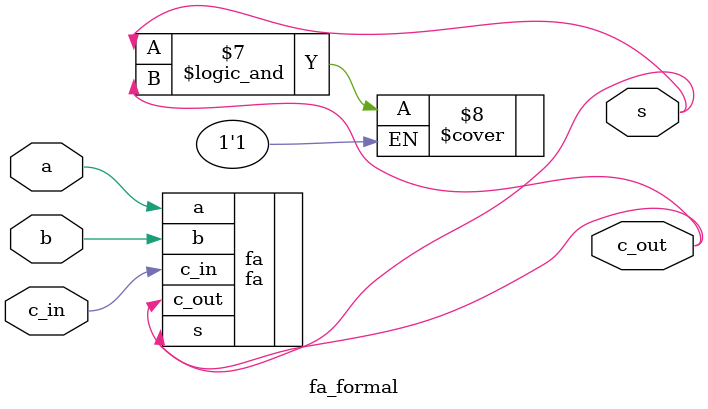
<source format=sv>
`default_nettype none
`timescale 1us/100 ns

`include "fa.sv"

module fa_formal(a, b, c_in, s, c_out);

    input wire a, b, c_in;
    output wire s, c_out;

    fa fa(.a(a), .b(b), .c_in(c_in), .s(s), .c_out(c_out));

    wire [1:0] y;
    assign y = a + b + c_in;

    always @(a, b, c_in) begin
        assert(s == y[0] && c_out == y[1]);
        cover(s && c_out);
    end

endmodule

</source>
